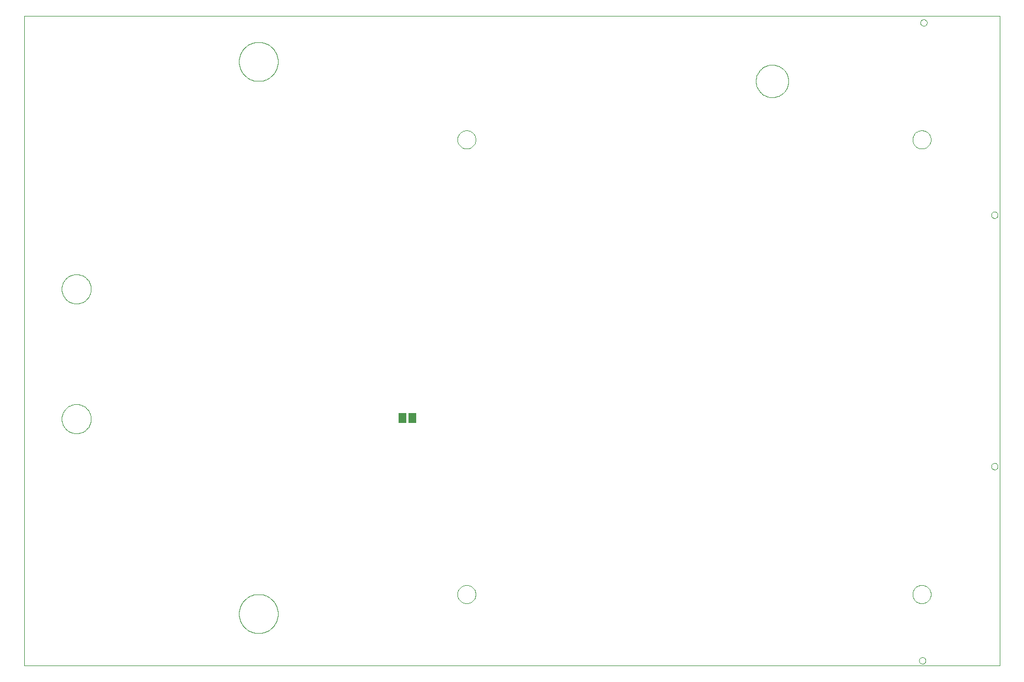
<source format=gbp>
G75*
G70*
%OFA0B0*%
%FSLAX24Y24*%
%IPPOS*%
%LPD*%
%AMOC8*
5,1,8,0,0,1.08239X$1,22.5*
%
%ADD10C,0.0000*%
%ADD11R,0.0460X0.0630*%
D10*
X000382Y000190D02*
X000382Y039560D01*
X059437Y039560D01*
X059437Y000190D01*
X000382Y000190D01*
X013374Y003340D02*
X013376Y003409D01*
X013382Y003477D01*
X013392Y003545D01*
X013406Y003612D01*
X013424Y003679D01*
X013445Y003744D01*
X013471Y003808D01*
X013500Y003870D01*
X013532Y003930D01*
X013568Y003989D01*
X013608Y004045D01*
X013650Y004099D01*
X013696Y004150D01*
X013745Y004199D01*
X013796Y004245D01*
X013850Y004287D01*
X013906Y004327D01*
X013964Y004363D01*
X014025Y004395D01*
X014087Y004424D01*
X014151Y004450D01*
X014216Y004471D01*
X014283Y004489D01*
X014350Y004503D01*
X014418Y004513D01*
X014486Y004519D01*
X014555Y004521D01*
X014624Y004519D01*
X014692Y004513D01*
X014760Y004503D01*
X014827Y004489D01*
X014894Y004471D01*
X014959Y004450D01*
X015023Y004424D01*
X015085Y004395D01*
X015145Y004363D01*
X015204Y004327D01*
X015260Y004287D01*
X015314Y004245D01*
X015365Y004199D01*
X015414Y004150D01*
X015460Y004099D01*
X015502Y004045D01*
X015542Y003989D01*
X015578Y003930D01*
X015610Y003870D01*
X015639Y003808D01*
X015665Y003744D01*
X015686Y003679D01*
X015704Y003612D01*
X015718Y003545D01*
X015728Y003477D01*
X015734Y003409D01*
X015736Y003340D01*
X015734Y003271D01*
X015728Y003203D01*
X015718Y003135D01*
X015704Y003068D01*
X015686Y003001D01*
X015665Y002936D01*
X015639Y002872D01*
X015610Y002810D01*
X015578Y002749D01*
X015542Y002691D01*
X015502Y002635D01*
X015460Y002581D01*
X015414Y002530D01*
X015365Y002481D01*
X015314Y002435D01*
X015260Y002393D01*
X015204Y002353D01*
X015146Y002317D01*
X015085Y002285D01*
X015023Y002256D01*
X014959Y002230D01*
X014894Y002209D01*
X014827Y002191D01*
X014760Y002177D01*
X014692Y002167D01*
X014624Y002161D01*
X014555Y002159D01*
X014486Y002161D01*
X014418Y002167D01*
X014350Y002177D01*
X014283Y002191D01*
X014216Y002209D01*
X014151Y002230D01*
X014087Y002256D01*
X014025Y002285D01*
X013964Y002317D01*
X013906Y002353D01*
X013850Y002393D01*
X013796Y002435D01*
X013745Y002481D01*
X013696Y002530D01*
X013650Y002581D01*
X013608Y002635D01*
X013568Y002691D01*
X013532Y002749D01*
X013500Y002810D01*
X013471Y002872D01*
X013445Y002936D01*
X013424Y003001D01*
X013406Y003068D01*
X013392Y003135D01*
X013382Y003203D01*
X013376Y003271D01*
X013374Y003340D01*
X026603Y004521D02*
X026605Y004568D01*
X026611Y004614D01*
X026621Y004660D01*
X026634Y004705D01*
X026652Y004748D01*
X026673Y004790D01*
X026697Y004830D01*
X026725Y004867D01*
X026756Y004902D01*
X026790Y004935D01*
X026826Y004964D01*
X026865Y004990D01*
X026906Y005013D01*
X026949Y005032D01*
X026993Y005048D01*
X027038Y005060D01*
X027084Y005068D01*
X027131Y005072D01*
X027177Y005072D01*
X027224Y005068D01*
X027270Y005060D01*
X027315Y005048D01*
X027359Y005032D01*
X027402Y005013D01*
X027443Y004990D01*
X027482Y004964D01*
X027518Y004935D01*
X027552Y004902D01*
X027583Y004867D01*
X027611Y004830D01*
X027635Y004790D01*
X027656Y004748D01*
X027674Y004705D01*
X027687Y004660D01*
X027697Y004614D01*
X027703Y004568D01*
X027705Y004521D01*
X027703Y004474D01*
X027697Y004428D01*
X027687Y004382D01*
X027674Y004337D01*
X027656Y004294D01*
X027635Y004252D01*
X027611Y004212D01*
X027583Y004175D01*
X027552Y004140D01*
X027518Y004107D01*
X027482Y004078D01*
X027443Y004052D01*
X027402Y004029D01*
X027359Y004010D01*
X027315Y003994D01*
X027270Y003982D01*
X027224Y003974D01*
X027177Y003970D01*
X027131Y003970D01*
X027084Y003974D01*
X027038Y003982D01*
X026993Y003994D01*
X026949Y004010D01*
X026906Y004029D01*
X026865Y004052D01*
X026826Y004078D01*
X026790Y004107D01*
X026756Y004140D01*
X026725Y004175D01*
X026697Y004212D01*
X026673Y004252D01*
X026652Y004294D01*
X026634Y004337D01*
X026621Y004382D01*
X026611Y004428D01*
X026605Y004474D01*
X026603Y004521D01*
X002645Y015151D02*
X002647Y015210D01*
X002653Y015269D01*
X002663Y015327D01*
X002676Y015385D01*
X002694Y015442D01*
X002715Y015497D01*
X002740Y015551D01*
X002769Y015603D01*
X002801Y015652D01*
X002836Y015700D01*
X002874Y015745D01*
X002915Y015788D01*
X002959Y015828D01*
X003005Y015864D01*
X003054Y015898D01*
X003105Y015928D01*
X003158Y015955D01*
X003213Y015978D01*
X003268Y015997D01*
X003326Y016013D01*
X003384Y016025D01*
X003442Y016033D01*
X003501Y016037D01*
X003561Y016037D01*
X003620Y016033D01*
X003678Y016025D01*
X003736Y016013D01*
X003794Y015997D01*
X003849Y015978D01*
X003904Y015955D01*
X003957Y015928D01*
X004008Y015898D01*
X004057Y015864D01*
X004103Y015828D01*
X004147Y015788D01*
X004188Y015745D01*
X004226Y015700D01*
X004261Y015652D01*
X004293Y015603D01*
X004322Y015551D01*
X004347Y015497D01*
X004368Y015442D01*
X004386Y015385D01*
X004399Y015327D01*
X004409Y015269D01*
X004415Y015210D01*
X004417Y015151D01*
X004415Y015092D01*
X004409Y015033D01*
X004399Y014975D01*
X004386Y014917D01*
X004368Y014860D01*
X004347Y014805D01*
X004322Y014751D01*
X004293Y014699D01*
X004261Y014650D01*
X004226Y014602D01*
X004188Y014557D01*
X004147Y014514D01*
X004103Y014474D01*
X004057Y014438D01*
X004008Y014404D01*
X003957Y014374D01*
X003904Y014347D01*
X003849Y014324D01*
X003794Y014305D01*
X003736Y014289D01*
X003678Y014277D01*
X003620Y014269D01*
X003561Y014265D01*
X003501Y014265D01*
X003442Y014269D01*
X003384Y014277D01*
X003326Y014289D01*
X003268Y014305D01*
X003213Y014324D01*
X003158Y014347D01*
X003105Y014374D01*
X003054Y014404D01*
X003005Y014438D01*
X002959Y014474D01*
X002915Y014514D01*
X002874Y014557D01*
X002836Y014602D01*
X002801Y014650D01*
X002769Y014699D01*
X002740Y014751D01*
X002715Y014805D01*
X002694Y014860D01*
X002676Y014917D01*
X002663Y014975D01*
X002653Y015033D01*
X002647Y015092D01*
X002645Y015151D01*
X002645Y023025D02*
X002647Y023084D01*
X002653Y023143D01*
X002663Y023201D01*
X002676Y023259D01*
X002694Y023316D01*
X002715Y023371D01*
X002740Y023425D01*
X002769Y023477D01*
X002801Y023526D01*
X002836Y023574D01*
X002874Y023619D01*
X002915Y023662D01*
X002959Y023702D01*
X003005Y023738D01*
X003054Y023772D01*
X003105Y023802D01*
X003158Y023829D01*
X003213Y023852D01*
X003268Y023871D01*
X003326Y023887D01*
X003384Y023899D01*
X003442Y023907D01*
X003501Y023911D01*
X003561Y023911D01*
X003620Y023907D01*
X003678Y023899D01*
X003736Y023887D01*
X003794Y023871D01*
X003849Y023852D01*
X003904Y023829D01*
X003957Y023802D01*
X004008Y023772D01*
X004057Y023738D01*
X004103Y023702D01*
X004147Y023662D01*
X004188Y023619D01*
X004226Y023574D01*
X004261Y023526D01*
X004293Y023477D01*
X004322Y023425D01*
X004347Y023371D01*
X004368Y023316D01*
X004386Y023259D01*
X004399Y023201D01*
X004409Y023143D01*
X004415Y023084D01*
X004417Y023025D01*
X004415Y022966D01*
X004409Y022907D01*
X004399Y022849D01*
X004386Y022791D01*
X004368Y022734D01*
X004347Y022679D01*
X004322Y022625D01*
X004293Y022573D01*
X004261Y022524D01*
X004226Y022476D01*
X004188Y022431D01*
X004147Y022388D01*
X004103Y022348D01*
X004057Y022312D01*
X004008Y022278D01*
X003957Y022248D01*
X003904Y022221D01*
X003849Y022198D01*
X003794Y022179D01*
X003736Y022163D01*
X003678Y022151D01*
X003620Y022143D01*
X003561Y022139D01*
X003501Y022139D01*
X003442Y022143D01*
X003384Y022151D01*
X003326Y022163D01*
X003268Y022179D01*
X003213Y022198D01*
X003158Y022221D01*
X003105Y022248D01*
X003054Y022278D01*
X003005Y022312D01*
X002959Y022348D01*
X002915Y022388D01*
X002874Y022431D01*
X002836Y022476D01*
X002801Y022524D01*
X002769Y022573D01*
X002740Y022625D01*
X002715Y022679D01*
X002694Y022734D01*
X002676Y022791D01*
X002663Y022849D01*
X002653Y022907D01*
X002647Y022966D01*
X002645Y023025D01*
X013374Y036804D02*
X013376Y036873D01*
X013382Y036941D01*
X013392Y037009D01*
X013406Y037076D01*
X013424Y037143D01*
X013445Y037208D01*
X013471Y037272D01*
X013500Y037334D01*
X013532Y037394D01*
X013568Y037453D01*
X013608Y037509D01*
X013650Y037563D01*
X013696Y037614D01*
X013745Y037663D01*
X013796Y037709D01*
X013850Y037751D01*
X013906Y037791D01*
X013964Y037827D01*
X014025Y037859D01*
X014087Y037888D01*
X014151Y037914D01*
X014216Y037935D01*
X014283Y037953D01*
X014350Y037967D01*
X014418Y037977D01*
X014486Y037983D01*
X014555Y037985D01*
X014624Y037983D01*
X014692Y037977D01*
X014760Y037967D01*
X014827Y037953D01*
X014894Y037935D01*
X014959Y037914D01*
X015023Y037888D01*
X015085Y037859D01*
X015145Y037827D01*
X015204Y037791D01*
X015260Y037751D01*
X015314Y037709D01*
X015365Y037663D01*
X015414Y037614D01*
X015460Y037563D01*
X015502Y037509D01*
X015542Y037453D01*
X015578Y037394D01*
X015610Y037334D01*
X015639Y037272D01*
X015665Y037208D01*
X015686Y037143D01*
X015704Y037076D01*
X015718Y037009D01*
X015728Y036941D01*
X015734Y036873D01*
X015736Y036804D01*
X015734Y036735D01*
X015728Y036667D01*
X015718Y036599D01*
X015704Y036532D01*
X015686Y036465D01*
X015665Y036400D01*
X015639Y036336D01*
X015610Y036274D01*
X015578Y036213D01*
X015542Y036155D01*
X015502Y036099D01*
X015460Y036045D01*
X015414Y035994D01*
X015365Y035945D01*
X015314Y035899D01*
X015260Y035857D01*
X015204Y035817D01*
X015146Y035781D01*
X015085Y035749D01*
X015023Y035720D01*
X014959Y035694D01*
X014894Y035673D01*
X014827Y035655D01*
X014760Y035641D01*
X014692Y035631D01*
X014624Y035625D01*
X014555Y035623D01*
X014486Y035625D01*
X014418Y035631D01*
X014350Y035641D01*
X014283Y035655D01*
X014216Y035673D01*
X014151Y035694D01*
X014087Y035720D01*
X014025Y035749D01*
X013964Y035781D01*
X013906Y035817D01*
X013850Y035857D01*
X013796Y035899D01*
X013745Y035945D01*
X013696Y035994D01*
X013650Y036045D01*
X013608Y036099D01*
X013568Y036155D01*
X013532Y036213D01*
X013500Y036274D01*
X013471Y036336D01*
X013445Y036400D01*
X013424Y036465D01*
X013406Y036532D01*
X013392Y036599D01*
X013382Y036667D01*
X013376Y036735D01*
X013374Y036804D01*
X026603Y032080D02*
X026605Y032127D01*
X026611Y032173D01*
X026621Y032219D01*
X026634Y032264D01*
X026652Y032307D01*
X026673Y032349D01*
X026697Y032389D01*
X026725Y032426D01*
X026756Y032461D01*
X026790Y032494D01*
X026826Y032523D01*
X026865Y032549D01*
X026906Y032572D01*
X026949Y032591D01*
X026993Y032607D01*
X027038Y032619D01*
X027084Y032627D01*
X027131Y032631D01*
X027177Y032631D01*
X027224Y032627D01*
X027270Y032619D01*
X027315Y032607D01*
X027359Y032591D01*
X027402Y032572D01*
X027443Y032549D01*
X027482Y032523D01*
X027518Y032494D01*
X027552Y032461D01*
X027583Y032426D01*
X027611Y032389D01*
X027635Y032349D01*
X027656Y032307D01*
X027674Y032264D01*
X027687Y032219D01*
X027697Y032173D01*
X027703Y032127D01*
X027705Y032080D01*
X027703Y032033D01*
X027697Y031987D01*
X027687Y031941D01*
X027674Y031896D01*
X027656Y031853D01*
X027635Y031811D01*
X027611Y031771D01*
X027583Y031734D01*
X027552Y031699D01*
X027518Y031666D01*
X027482Y031637D01*
X027443Y031611D01*
X027402Y031588D01*
X027359Y031569D01*
X027315Y031553D01*
X027270Y031541D01*
X027224Y031533D01*
X027177Y031529D01*
X027131Y031529D01*
X027084Y031533D01*
X027038Y031541D01*
X026993Y031553D01*
X026949Y031569D01*
X026906Y031588D01*
X026865Y031611D01*
X026826Y031637D01*
X026790Y031666D01*
X026756Y031699D01*
X026725Y031734D01*
X026697Y031771D01*
X026673Y031811D01*
X026652Y031853D01*
X026634Y031896D01*
X026621Y031941D01*
X026611Y031987D01*
X026605Y032033D01*
X026603Y032080D01*
X044673Y035623D02*
X044675Y035685D01*
X044681Y035748D01*
X044691Y035809D01*
X044705Y035870D01*
X044722Y035930D01*
X044743Y035989D01*
X044769Y036046D01*
X044797Y036101D01*
X044829Y036155D01*
X044865Y036206D01*
X044903Y036256D01*
X044945Y036302D01*
X044989Y036346D01*
X045037Y036387D01*
X045086Y036425D01*
X045138Y036459D01*
X045192Y036490D01*
X045248Y036518D01*
X045306Y036542D01*
X045365Y036563D01*
X045425Y036579D01*
X045486Y036592D01*
X045548Y036601D01*
X045610Y036606D01*
X045673Y036607D01*
X045735Y036604D01*
X045797Y036597D01*
X045859Y036586D01*
X045919Y036571D01*
X045979Y036553D01*
X046037Y036531D01*
X046094Y036505D01*
X046149Y036475D01*
X046202Y036442D01*
X046253Y036406D01*
X046301Y036367D01*
X046347Y036324D01*
X046390Y036279D01*
X046430Y036231D01*
X046467Y036181D01*
X046501Y036128D01*
X046532Y036074D01*
X046558Y036018D01*
X046582Y035960D01*
X046601Y035900D01*
X046617Y035840D01*
X046629Y035778D01*
X046637Y035717D01*
X046641Y035654D01*
X046641Y035592D01*
X046637Y035529D01*
X046629Y035468D01*
X046617Y035406D01*
X046601Y035346D01*
X046582Y035286D01*
X046558Y035228D01*
X046532Y035172D01*
X046501Y035118D01*
X046467Y035065D01*
X046430Y035015D01*
X046390Y034967D01*
X046347Y034922D01*
X046301Y034879D01*
X046253Y034840D01*
X046202Y034804D01*
X046149Y034771D01*
X046094Y034741D01*
X046037Y034715D01*
X045979Y034693D01*
X045919Y034675D01*
X045859Y034660D01*
X045797Y034649D01*
X045735Y034642D01*
X045673Y034639D01*
X045610Y034640D01*
X045548Y034645D01*
X045486Y034654D01*
X045425Y034667D01*
X045365Y034683D01*
X045306Y034704D01*
X045248Y034728D01*
X045192Y034756D01*
X045138Y034787D01*
X045086Y034821D01*
X045037Y034859D01*
X044989Y034900D01*
X044945Y034944D01*
X044903Y034990D01*
X044865Y035040D01*
X044829Y035091D01*
X044797Y035145D01*
X044769Y035200D01*
X044743Y035257D01*
X044722Y035316D01*
X044705Y035376D01*
X044691Y035437D01*
X044681Y035498D01*
X044675Y035561D01*
X044673Y035623D01*
X054162Y032080D02*
X054164Y032127D01*
X054170Y032173D01*
X054180Y032219D01*
X054193Y032264D01*
X054211Y032307D01*
X054232Y032349D01*
X054256Y032389D01*
X054284Y032426D01*
X054315Y032461D01*
X054349Y032494D01*
X054385Y032523D01*
X054424Y032549D01*
X054465Y032572D01*
X054508Y032591D01*
X054552Y032607D01*
X054597Y032619D01*
X054643Y032627D01*
X054690Y032631D01*
X054736Y032631D01*
X054783Y032627D01*
X054829Y032619D01*
X054874Y032607D01*
X054918Y032591D01*
X054961Y032572D01*
X055002Y032549D01*
X055041Y032523D01*
X055077Y032494D01*
X055111Y032461D01*
X055142Y032426D01*
X055170Y032389D01*
X055194Y032349D01*
X055215Y032307D01*
X055233Y032264D01*
X055246Y032219D01*
X055256Y032173D01*
X055262Y032127D01*
X055264Y032080D01*
X055262Y032033D01*
X055256Y031987D01*
X055246Y031941D01*
X055233Y031896D01*
X055215Y031853D01*
X055194Y031811D01*
X055170Y031771D01*
X055142Y031734D01*
X055111Y031699D01*
X055077Y031666D01*
X055041Y031637D01*
X055002Y031611D01*
X054961Y031588D01*
X054918Y031569D01*
X054874Y031553D01*
X054829Y031541D01*
X054783Y031533D01*
X054736Y031529D01*
X054690Y031529D01*
X054643Y031533D01*
X054597Y031541D01*
X054552Y031553D01*
X054508Y031569D01*
X054465Y031588D01*
X054424Y031611D01*
X054385Y031637D01*
X054349Y031666D01*
X054315Y031699D01*
X054284Y031734D01*
X054256Y031771D01*
X054232Y031811D01*
X054211Y031853D01*
X054193Y031896D01*
X054180Y031941D01*
X054170Y031987D01*
X054164Y032033D01*
X054162Y032080D01*
X058925Y027513D02*
X058927Y027540D01*
X058933Y027567D01*
X058942Y027593D01*
X058955Y027617D01*
X058971Y027640D01*
X058990Y027659D01*
X059012Y027676D01*
X059036Y027690D01*
X059061Y027700D01*
X059088Y027707D01*
X059115Y027710D01*
X059143Y027709D01*
X059170Y027704D01*
X059196Y027696D01*
X059220Y027684D01*
X059243Y027668D01*
X059264Y027650D01*
X059281Y027629D01*
X059296Y027605D01*
X059307Y027580D01*
X059315Y027554D01*
X059319Y027527D01*
X059319Y027499D01*
X059315Y027472D01*
X059307Y027446D01*
X059296Y027421D01*
X059281Y027397D01*
X059264Y027376D01*
X059243Y027358D01*
X059221Y027342D01*
X059196Y027330D01*
X059170Y027322D01*
X059143Y027317D01*
X059115Y027316D01*
X059088Y027319D01*
X059061Y027326D01*
X059036Y027336D01*
X059012Y027350D01*
X058990Y027367D01*
X058971Y027386D01*
X058955Y027409D01*
X058942Y027433D01*
X058933Y027459D01*
X058927Y027486D01*
X058925Y027513D01*
X054634Y039166D02*
X054636Y039193D01*
X054642Y039220D01*
X054651Y039246D01*
X054664Y039270D01*
X054680Y039293D01*
X054699Y039312D01*
X054721Y039329D01*
X054745Y039343D01*
X054770Y039353D01*
X054797Y039360D01*
X054824Y039363D01*
X054852Y039362D01*
X054879Y039357D01*
X054905Y039349D01*
X054929Y039337D01*
X054952Y039321D01*
X054973Y039303D01*
X054990Y039282D01*
X055005Y039258D01*
X055016Y039233D01*
X055024Y039207D01*
X055028Y039180D01*
X055028Y039152D01*
X055024Y039125D01*
X055016Y039099D01*
X055005Y039074D01*
X054990Y039050D01*
X054973Y039029D01*
X054952Y039011D01*
X054930Y038995D01*
X054905Y038983D01*
X054879Y038975D01*
X054852Y038970D01*
X054824Y038969D01*
X054797Y038972D01*
X054770Y038979D01*
X054745Y038989D01*
X054721Y039003D01*
X054699Y039020D01*
X054680Y039039D01*
X054664Y039062D01*
X054651Y039086D01*
X054642Y039112D01*
X054636Y039139D01*
X054634Y039166D01*
X058925Y012277D02*
X058927Y012304D01*
X058933Y012331D01*
X058942Y012357D01*
X058955Y012381D01*
X058971Y012404D01*
X058990Y012423D01*
X059012Y012440D01*
X059036Y012454D01*
X059061Y012464D01*
X059088Y012471D01*
X059115Y012474D01*
X059143Y012473D01*
X059170Y012468D01*
X059196Y012460D01*
X059220Y012448D01*
X059243Y012432D01*
X059264Y012414D01*
X059281Y012393D01*
X059296Y012369D01*
X059307Y012344D01*
X059315Y012318D01*
X059319Y012291D01*
X059319Y012263D01*
X059315Y012236D01*
X059307Y012210D01*
X059296Y012185D01*
X059281Y012161D01*
X059264Y012140D01*
X059243Y012122D01*
X059221Y012106D01*
X059196Y012094D01*
X059170Y012086D01*
X059143Y012081D01*
X059115Y012080D01*
X059088Y012083D01*
X059061Y012090D01*
X059036Y012100D01*
X059012Y012114D01*
X058990Y012131D01*
X058971Y012150D01*
X058955Y012173D01*
X058942Y012197D01*
X058933Y012223D01*
X058927Y012250D01*
X058925Y012277D01*
X054162Y004521D02*
X054164Y004568D01*
X054170Y004614D01*
X054180Y004660D01*
X054193Y004705D01*
X054211Y004748D01*
X054232Y004790D01*
X054256Y004830D01*
X054284Y004867D01*
X054315Y004902D01*
X054349Y004935D01*
X054385Y004964D01*
X054424Y004990D01*
X054465Y005013D01*
X054508Y005032D01*
X054552Y005048D01*
X054597Y005060D01*
X054643Y005068D01*
X054690Y005072D01*
X054736Y005072D01*
X054783Y005068D01*
X054829Y005060D01*
X054874Y005048D01*
X054918Y005032D01*
X054961Y005013D01*
X055002Y004990D01*
X055041Y004964D01*
X055077Y004935D01*
X055111Y004902D01*
X055142Y004867D01*
X055170Y004830D01*
X055194Y004790D01*
X055215Y004748D01*
X055233Y004705D01*
X055246Y004660D01*
X055256Y004614D01*
X055262Y004568D01*
X055264Y004521D01*
X055262Y004474D01*
X055256Y004428D01*
X055246Y004382D01*
X055233Y004337D01*
X055215Y004294D01*
X055194Y004252D01*
X055170Y004212D01*
X055142Y004175D01*
X055111Y004140D01*
X055077Y004107D01*
X055041Y004078D01*
X055002Y004052D01*
X054961Y004029D01*
X054918Y004010D01*
X054874Y003994D01*
X054829Y003982D01*
X054783Y003974D01*
X054736Y003970D01*
X054690Y003970D01*
X054643Y003974D01*
X054597Y003982D01*
X054552Y003994D01*
X054508Y004010D01*
X054465Y004029D01*
X054424Y004052D01*
X054385Y004078D01*
X054349Y004107D01*
X054315Y004140D01*
X054284Y004175D01*
X054256Y004212D01*
X054232Y004252D01*
X054211Y004294D01*
X054193Y004337D01*
X054180Y004382D01*
X054170Y004428D01*
X054164Y004474D01*
X054162Y004521D01*
X054555Y000505D02*
X054557Y000532D01*
X054563Y000559D01*
X054572Y000585D01*
X054585Y000609D01*
X054601Y000632D01*
X054620Y000651D01*
X054642Y000668D01*
X054666Y000682D01*
X054691Y000692D01*
X054718Y000699D01*
X054745Y000702D01*
X054773Y000701D01*
X054800Y000696D01*
X054826Y000688D01*
X054850Y000676D01*
X054873Y000660D01*
X054894Y000642D01*
X054911Y000621D01*
X054926Y000597D01*
X054937Y000572D01*
X054945Y000546D01*
X054949Y000519D01*
X054949Y000491D01*
X054945Y000464D01*
X054937Y000438D01*
X054926Y000413D01*
X054911Y000389D01*
X054894Y000368D01*
X054873Y000350D01*
X054851Y000334D01*
X054826Y000322D01*
X054800Y000314D01*
X054773Y000309D01*
X054745Y000308D01*
X054718Y000311D01*
X054691Y000318D01*
X054666Y000328D01*
X054642Y000342D01*
X054620Y000359D01*
X054601Y000378D01*
X054585Y000401D01*
X054572Y000425D01*
X054563Y000451D01*
X054557Y000478D01*
X054555Y000505D01*
D11*
X023859Y015213D03*
X023259Y015213D03*
M02*

</source>
